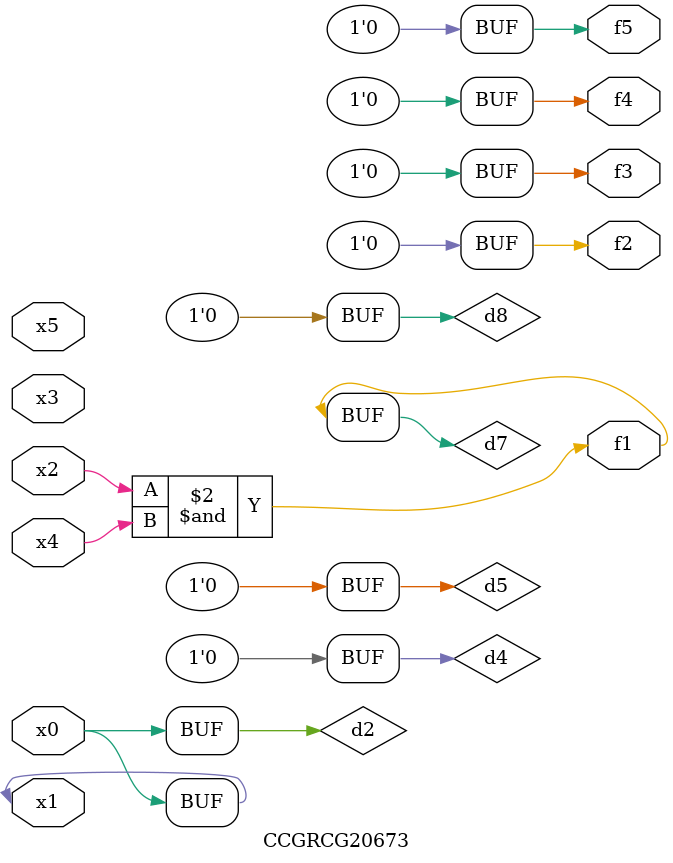
<source format=v>
module CCGRCG20673(
	input x0, x1, x2, x3, x4, x5,
	output f1, f2, f3, f4, f5
);

	wire d1, d2, d3, d4, d5, d6, d7, d8, d9;

	nand (d1, x1);
	buf (d2, x0, x1);
	nand (d3, x2, x4);
	and (d4, d1, d2);
	and (d5, d1, d2);
	nand (d6, d1, d3);
	not (d7, d3);
	xor (d8, d5);
	nor (d9, d5, d6);
	assign f1 = d7;
	assign f2 = d8;
	assign f3 = d8;
	assign f4 = d8;
	assign f5 = d8;
endmodule

</source>
